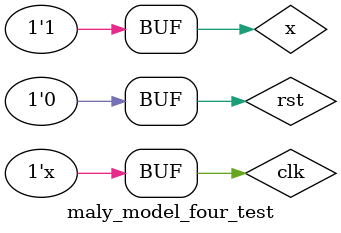
<source format=v>
module maly_model_four_test;

	// Inputs
	reg x;
	reg clk;
	reg rst;

	// Outputs
	wire out;

	// Instantiate the Unit Under Test (UUT)
	mealy_model_four uut (
		.x(x), 
		.clk(clk), 
		.rst(rst), 
		.out(out)
	);
   always #100 clk=~clk;
	initial begin
		// Initialize Inputs
		x = 0;
		clk = 0;
		rst = 0;

		// Wait 100 ns for global reset to finish
		#100 rst=1;x=1;
		#100 rst=1;x=0;
		#100 rst=0;x=1;
      #100 x=0;
		#100 x=1;
		 #100 x=0;
		#100 x=1;
		 #100 x=0;
		#100 x=1;
		 #100 x=0;
		#100 x=1;
		// Add stimulus here

	end
      
endmodule


</source>
